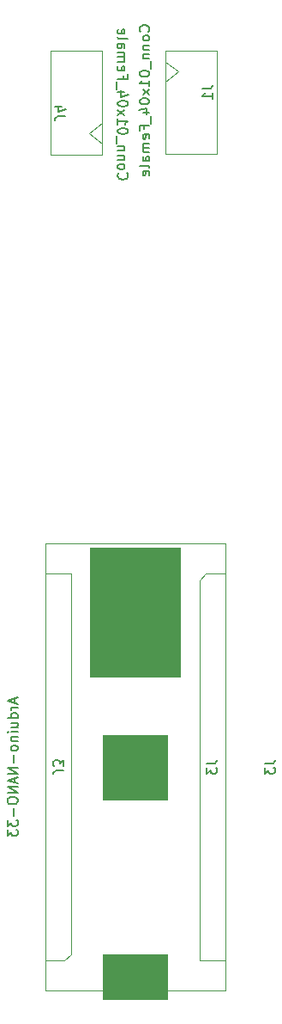
<source format=gbr>
G04 #@! TF.GenerationSoftware,KiCad,Pcbnew,(5.1.0-0)*
G04 #@! TF.CreationDate,2020-01-22T16:50:41+01:00*
G04 #@! TF.ProjectId,pino_brd_v01,70696e6f-5f62-4726-945f-7630312e6b69,rev?*
G04 #@! TF.SameCoordinates,Original*
G04 #@! TF.FileFunction,Other,Fab,Bot*
%FSLAX46Y46*%
G04 Gerber Fmt 4.6, Leading zero omitted, Abs format (unit mm)*
G04 Created by KiCad (PCBNEW (5.1.0-0)) date 2020-01-22 16:50:41*
%MOMM*%
%LPD*%
G04 APERTURE LIST*
%ADD10C,0.100000*%
%ADD11C,0.120000*%
%ADD12C,0.150000*%
G04 APERTURE END LIST*
D10*
X22200000Y82370000D02*
X22200000Y92570000D01*
X17100000Y82370000D02*
X22200000Y82370000D01*
X17100000Y92570000D02*
X17100000Y82370000D01*
X22200000Y92570000D02*
X17100000Y92570000D01*
X17100000Y91470000D02*
X18400000Y90470000D01*
X18400000Y90470000D02*
X17100000Y89470000D01*
G36*
X9697720Y30901640D02*
G01*
X9697720Y43601640D01*
X18587720Y43601640D01*
X18587720Y30901640D01*
X9697720Y30901640D01*
G37*
X9697720Y30901640D02*
X9697720Y43601640D01*
X18587720Y43601640D01*
X18587720Y30901640D01*
X9697720Y30901640D01*
G36*
X10967720Y18836640D02*
G01*
X10967720Y25186640D01*
X17317720Y25186640D01*
X17317720Y18836640D01*
X10967720Y18836640D01*
G37*
X10967720Y18836640D02*
X10967720Y25186640D01*
X17317720Y25186640D01*
X17317720Y18836640D01*
X10967720Y18836640D01*
G36*
X10967720Y-848360D02*
G01*
X10967720Y3596640D01*
X17317720Y3596640D01*
X17317720Y-848360D01*
X10967720Y-848360D01*
G37*
X10967720Y-848360D02*
X10967720Y3596640D01*
X17317720Y3596640D01*
X17317720Y-848360D01*
X10967720Y-848360D01*
D11*
X23032720Y11640D02*
X23032720Y44011640D01*
X5252720Y11640D02*
X23032720Y11640D01*
X5252720Y11640D02*
X5252720Y44011640D01*
X5252720Y44011640D02*
X23032720Y44011640D01*
D10*
X5252720Y41061640D02*
X5252720Y2961640D01*
X7792720Y41061640D02*
X5252720Y41061640D01*
X7792720Y3596640D02*
X7792720Y41061640D01*
X7157720Y2961640D02*
X7792720Y3596640D01*
X5252720Y2961640D02*
X7157720Y2961640D01*
X23032720Y41061640D02*
X21127720Y41061640D01*
X21127720Y41061640D02*
X20492720Y40426640D01*
X20492720Y40426640D02*
X20492720Y2961640D01*
X20492720Y2961640D02*
X23032720Y2961640D01*
X23032720Y2961640D02*
X23032720Y41061640D01*
X5790000Y92540000D02*
X5790000Y82340000D01*
X10890000Y92540000D02*
X5790000Y92540000D01*
X10890000Y82340000D02*
X10890000Y92540000D01*
X5790000Y82340000D02*
X10890000Y82340000D01*
X10890000Y83440000D02*
X9590000Y84440000D01*
X9590000Y84440000D02*
X10890000Y85440000D01*
D12*
X15467142Y94425714D02*
X15514761Y94473333D01*
X15562380Y94616190D01*
X15562380Y94711428D01*
X15514761Y94854285D01*
X15419523Y94949523D01*
X15324285Y94997142D01*
X15133809Y95044761D01*
X14990952Y95044761D01*
X14800476Y94997142D01*
X14705238Y94949523D01*
X14610000Y94854285D01*
X14562380Y94711428D01*
X14562380Y94616190D01*
X14610000Y94473333D01*
X14657619Y94425714D01*
X15562380Y93854285D02*
X15514761Y93949523D01*
X15467142Y93997142D01*
X15371904Y94044761D01*
X15086190Y94044761D01*
X14990952Y93997142D01*
X14943333Y93949523D01*
X14895714Y93854285D01*
X14895714Y93711428D01*
X14943333Y93616190D01*
X14990952Y93568571D01*
X15086190Y93520952D01*
X15371904Y93520952D01*
X15467142Y93568571D01*
X15514761Y93616190D01*
X15562380Y93711428D01*
X15562380Y93854285D01*
X14895714Y93092380D02*
X15562380Y93092380D01*
X14990952Y93092380D02*
X14943333Y93044761D01*
X14895714Y92949523D01*
X14895714Y92806666D01*
X14943333Y92711428D01*
X15038571Y92663809D01*
X15562380Y92663809D01*
X14895714Y92187619D02*
X15562380Y92187619D01*
X14990952Y92187619D02*
X14943333Y92140000D01*
X14895714Y92044761D01*
X14895714Y91901904D01*
X14943333Y91806666D01*
X15038571Y91759047D01*
X15562380Y91759047D01*
X15657619Y91520952D02*
X15657619Y90759047D01*
X14562380Y90330476D02*
X14562380Y90235238D01*
X14610000Y90140000D01*
X14657619Y90092380D01*
X14752857Y90044761D01*
X14943333Y89997142D01*
X15181428Y89997142D01*
X15371904Y90044761D01*
X15467142Y90092380D01*
X15514761Y90140000D01*
X15562380Y90235238D01*
X15562380Y90330476D01*
X15514761Y90425714D01*
X15467142Y90473333D01*
X15371904Y90520952D01*
X15181428Y90568571D01*
X14943333Y90568571D01*
X14752857Y90520952D01*
X14657619Y90473333D01*
X14610000Y90425714D01*
X14562380Y90330476D01*
X15562380Y89044761D02*
X15562380Y89616190D01*
X15562380Y89330476D02*
X14562380Y89330476D01*
X14705238Y89425714D01*
X14800476Y89520952D01*
X14848095Y89616190D01*
X15562380Y88711428D02*
X14895714Y88187619D01*
X14895714Y88711428D02*
X15562380Y88187619D01*
X14562380Y87616190D02*
X14562380Y87520952D01*
X14610000Y87425714D01*
X14657619Y87378095D01*
X14752857Y87330476D01*
X14943333Y87282857D01*
X15181428Y87282857D01*
X15371904Y87330476D01*
X15467142Y87378095D01*
X15514761Y87425714D01*
X15562380Y87520952D01*
X15562380Y87616190D01*
X15514761Y87711428D01*
X15467142Y87759047D01*
X15371904Y87806666D01*
X15181428Y87854285D01*
X14943333Y87854285D01*
X14752857Y87806666D01*
X14657619Y87759047D01*
X14610000Y87711428D01*
X14562380Y87616190D01*
X14895714Y86425714D02*
X15562380Y86425714D01*
X14514761Y86663809D02*
X15229047Y86901904D01*
X15229047Y86282857D01*
X15657619Y86140000D02*
X15657619Y85378095D01*
X15038571Y84806666D02*
X15038571Y85140000D01*
X15562380Y85140000D02*
X14562380Y85140000D01*
X14562380Y84663809D01*
X15514761Y83901904D02*
X15562380Y83997142D01*
X15562380Y84187619D01*
X15514761Y84282857D01*
X15419523Y84330476D01*
X15038571Y84330476D01*
X14943333Y84282857D01*
X14895714Y84187619D01*
X14895714Y83997142D01*
X14943333Y83901904D01*
X15038571Y83854285D01*
X15133809Y83854285D01*
X15229047Y84330476D01*
X15562380Y83425714D02*
X14895714Y83425714D01*
X14990952Y83425714D02*
X14943333Y83378095D01*
X14895714Y83282857D01*
X14895714Y83140000D01*
X14943333Y83044761D01*
X15038571Y82997142D01*
X15562380Y82997142D01*
X15038571Y82997142D02*
X14943333Y82949523D01*
X14895714Y82854285D01*
X14895714Y82711428D01*
X14943333Y82616190D01*
X15038571Y82568571D01*
X15562380Y82568571D01*
X15562380Y81663809D02*
X15038571Y81663809D01*
X14943333Y81711428D01*
X14895714Y81806666D01*
X14895714Y81997142D01*
X14943333Y82092380D01*
X15514761Y81663809D02*
X15562380Y81759047D01*
X15562380Y81997142D01*
X15514761Y82092380D01*
X15419523Y82140000D01*
X15324285Y82140000D01*
X15229047Y82092380D01*
X15181428Y81997142D01*
X15181428Y81759047D01*
X15133809Y81663809D01*
X15562380Y81044761D02*
X15514761Y81140000D01*
X15419523Y81187619D01*
X14562380Y81187619D01*
X15514761Y80282857D02*
X15562380Y80378095D01*
X15562380Y80568571D01*
X15514761Y80663809D01*
X15419523Y80711428D01*
X15038571Y80711428D01*
X14943333Y80663809D01*
X14895714Y80568571D01*
X14895714Y80378095D01*
X14943333Y80282857D01*
X15038571Y80235238D01*
X15133809Y80235238D01*
X15229047Y80711428D01*
X20752380Y88803333D02*
X21466666Y88803333D01*
X21609523Y88850952D01*
X21704761Y88946190D01*
X21752380Y89089047D01*
X21752380Y89184285D01*
X21752380Y87803333D02*
X21752380Y88374761D01*
X21752380Y88089047D02*
X20752380Y88089047D01*
X20895238Y88184285D01*
X20990476Y88279523D01*
X21038095Y88374761D01*
X26930100Y22344973D02*
X27644386Y22344973D01*
X27787243Y22392592D01*
X27882481Y22487830D01*
X27930100Y22630687D01*
X27930100Y22725925D01*
X26930100Y21964020D02*
X26930100Y21344973D01*
X27311053Y21678306D01*
X27311053Y21535449D01*
X27358672Y21440211D01*
X27406291Y21392592D01*
X27501529Y21344973D01*
X27739624Y21344973D01*
X27834862Y21392592D01*
X27882481Y21440211D01*
X27930100Y21535449D01*
X27930100Y21821163D01*
X27882481Y21916401D01*
X27834862Y21964020D01*
X2244386Y28797354D02*
X2244386Y28321163D01*
X2530100Y28892592D02*
X1530100Y28559259D01*
X2530100Y28225925D01*
X2530100Y27892592D02*
X1863434Y27892592D01*
X2053910Y27892592D02*
X1958672Y27844973D01*
X1911053Y27797354D01*
X1863434Y27702116D01*
X1863434Y27606878D01*
X2530100Y26844973D02*
X1530100Y26844973D01*
X2482481Y26844973D02*
X2530100Y26940211D01*
X2530100Y27130687D01*
X2482481Y27225925D01*
X2434862Y27273544D01*
X2339624Y27321163D01*
X2053910Y27321163D01*
X1958672Y27273544D01*
X1911053Y27225925D01*
X1863434Y27130687D01*
X1863434Y26940211D01*
X1911053Y26844973D01*
X1863434Y25940211D02*
X2530100Y25940211D01*
X1863434Y26368782D02*
X2387243Y26368782D01*
X2482481Y26321163D01*
X2530100Y26225925D01*
X2530100Y26083068D01*
X2482481Y25987830D01*
X2434862Y25940211D01*
X2530100Y25464020D02*
X1863434Y25464020D01*
X1530100Y25464020D02*
X1577720Y25511640D01*
X1625339Y25464020D01*
X1577720Y25416401D01*
X1530100Y25464020D01*
X1625339Y25464020D01*
X1863434Y24987830D02*
X2530100Y24987830D01*
X1958672Y24987830D02*
X1911053Y24940211D01*
X1863434Y24844973D01*
X1863434Y24702116D01*
X1911053Y24606878D01*
X2006291Y24559259D01*
X2530100Y24559259D01*
X2530100Y23940211D02*
X2482481Y24035449D01*
X2434862Y24083068D01*
X2339624Y24130687D01*
X2053910Y24130687D01*
X1958672Y24083068D01*
X1911053Y24035449D01*
X1863434Y23940211D01*
X1863434Y23797354D01*
X1911053Y23702116D01*
X1958672Y23654497D01*
X2053910Y23606878D01*
X2339624Y23606878D01*
X2434862Y23654497D01*
X2482481Y23702116D01*
X2530100Y23797354D01*
X2530100Y23940211D01*
X2149148Y23178306D02*
X2149148Y22416401D01*
X2530100Y21940211D02*
X1530100Y21940211D01*
X2530100Y21368782D01*
X1530100Y21368782D01*
X2244386Y20940211D02*
X2244386Y20464020D01*
X2530100Y21035449D02*
X1530100Y20702116D01*
X2530100Y20368782D01*
X2530100Y20035449D02*
X1530100Y20035449D01*
X2530100Y19464020D01*
X1530100Y19464020D01*
X1530100Y18797354D02*
X1530100Y18606878D01*
X1577719Y18511640D01*
X1672958Y18416401D01*
X1863434Y18368782D01*
X2196767Y18368782D01*
X2387243Y18416401D01*
X2482481Y18511640D01*
X2530100Y18606878D01*
X2530100Y18797354D01*
X2482481Y18892592D01*
X2387243Y18987830D01*
X2196767Y19035449D01*
X1863434Y19035449D01*
X1672958Y18987830D01*
X1577719Y18892592D01*
X1530100Y18797354D01*
X2149148Y17940211D02*
X2149148Y17178306D01*
X1530100Y16797354D02*
X1530100Y16178306D01*
X1911053Y16511640D01*
X1911053Y16368782D01*
X1958672Y16273544D01*
X2006291Y16225925D01*
X2101529Y16178306D01*
X2339624Y16178306D01*
X2434862Y16225925D01*
X2482481Y16273544D01*
X2530100Y16368782D01*
X2530100Y16654497D01*
X2482481Y16749735D01*
X2434862Y16797354D01*
X1530100Y15844973D02*
X1530100Y15225925D01*
X1911053Y15559259D01*
X1911053Y15416401D01*
X1958672Y15321163D01*
X2006291Y15273544D01*
X2101529Y15225925D01*
X2339624Y15225925D01*
X2434862Y15273544D01*
X2482481Y15321163D01*
X2530100Y15416401D01*
X2530100Y15702116D01*
X2482481Y15797354D01*
X2434862Y15844973D01*
X7070339Y21678306D02*
X6356053Y21678306D01*
X6213196Y21630687D01*
X6117958Y21535449D01*
X6070339Y21392592D01*
X6070339Y21297354D01*
X7070339Y22059259D02*
X7070339Y22678306D01*
X6689386Y22344973D01*
X6689386Y22487830D01*
X6641767Y22583068D01*
X6594148Y22630687D01*
X6498910Y22678306D01*
X6260815Y22678306D01*
X6165577Y22630687D01*
X6117958Y22583068D01*
X6070339Y22487830D01*
X6070339Y22202116D01*
X6117958Y22106878D01*
X6165577Y22059259D01*
X21215100Y22344973D02*
X21929386Y22344973D01*
X22072243Y22392592D01*
X22167481Y22487830D01*
X22215100Y22630687D01*
X22215100Y22725925D01*
X21215100Y21964020D02*
X21215100Y21344973D01*
X21596053Y21678306D01*
X21596053Y21535449D01*
X21643672Y21440211D01*
X21691291Y21392592D01*
X21786529Y21344973D01*
X22024624Y21344973D01*
X22119862Y21392592D01*
X22167481Y21440211D01*
X22215100Y21535449D01*
X22215100Y21821163D01*
X22167481Y21916401D01*
X22119862Y21964020D01*
X12522857Y80484285D02*
X12475238Y80436666D01*
X12427619Y80293809D01*
X12427619Y80198571D01*
X12475238Y80055714D01*
X12570476Y79960476D01*
X12665714Y79912857D01*
X12856190Y79865238D01*
X12999047Y79865238D01*
X13189523Y79912857D01*
X13284761Y79960476D01*
X13380000Y80055714D01*
X13427619Y80198571D01*
X13427619Y80293809D01*
X13380000Y80436666D01*
X13332380Y80484285D01*
X12427619Y81055714D02*
X12475238Y80960476D01*
X12522857Y80912857D01*
X12618095Y80865238D01*
X12903809Y80865238D01*
X12999047Y80912857D01*
X13046666Y80960476D01*
X13094285Y81055714D01*
X13094285Y81198571D01*
X13046666Y81293809D01*
X12999047Y81341428D01*
X12903809Y81389047D01*
X12618095Y81389047D01*
X12522857Y81341428D01*
X12475238Y81293809D01*
X12427619Y81198571D01*
X12427619Y81055714D01*
X13094285Y81817619D02*
X12427619Y81817619D01*
X12999047Y81817619D02*
X13046666Y81865238D01*
X13094285Y81960476D01*
X13094285Y82103333D01*
X13046666Y82198571D01*
X12951428Y82246190D01*
X12427619Y82246190D01*
X13094285Y82722380D02*
X12427619Y82722380D01*
X12999047Y82722380D02*
X13046666Y82770000D01*
X13094285Y82865238D01*
X13094285Y83008095D01*
X13046666Y83103333D01*
X12951428Y83150952D01*
X12427619Y83150952D01*
X12332380Y83389047D02*
X12332380Y84150952D01*
X13427619Y84579523D02*
X13427619Y84674761D01*
X13380000Y84770000D01*
X13332380Y84817619D01*
X13237142Y84865238D01*
X13046666Y84912857D01*
X12808571Y84912857D01*
X12618095Y84865238D01*
X12522857Y84817619D01*
X12475238Y84770000D01*
X12427619Y84674761D01*
X12427619Y84579523D01*
X12475238Y84484285D01*
X12522857Y84436666D01*
X12618095Y84389047D01*
X12808571Y84341428D01*
X13046666Y84341428D01*
X13237142Y84389047D01*
X13332380Y84436666D01*
X13380000Y84484285D01*
X13427619Y84579523D01*
X12427619Y85865238D02*
X12427619Y85293809D01*
X12427619Y85579523D02*
X13427619Y85579523D01*
X13284761Y85484285D01*
X13189523Y85389047D01*
X13141904Y85293809D01*
X12427619Y86198571D02*
X13094285Y86722380D01*
X13094285Y86198571D02*
X12427619Y86722380D01*
X13427619Y87293809D02*
X13427619Y87389047D01*
X13380000Y87484285D01*
X13332380Y87531904D01*
X13237142Y87579523D01*
X13046666Y87627142D01*
X12808571Y87627142D01*
X12618095Y87579523D01*
X12522857Y87531904D01*
X12475238Y87484285D01*
X12427619Y87389047D01*
X12427619Y87293809D01*
X12475238Y87198571D01*
X12522857Y87150952D01*
X12618095Y87103333D01*
X12808571Y87055714D01*
X13046666Y87055714D01*
X13237142Y87103333D01*
X13332380Y87150952D01*
X13380000Y87198571D01*
X13427619Y87293809D01*
X13094285Y88484285D02*
X12427619Y88484285D01*
X13475238Y88246190D02*
X12760952Y88008095D01*
X12760952Y88627142D01*
X12332380Y88770000D02*
X12332380Y89531904D01*
X12951428Y90103333D02*
X12951428Y89770000D01*
X12427619Y89770000D02*
X13427619Y89770000D01*
X13427619Y90246190D01*
X12475238Y91008095D02*
X12427619Y90912857D01*
X12427619Y90722380D01*
X12475238Y90627142D01*
X12570476Y90579523D01*
X12951428Y90579523D01*
X13046666Y90627142D01*
X13094285Y90722380D01*
X13094285Y90912857D01*
X13046666Y91008095D01*
X12951428Y91055714D01*
X12856190Y91055714D01*
X12760952Y90579523D01*
X12427619Y91484285D02*
X13094285Y91484285D01*
X12999047Y91484285D02*
X13046666Y91531904D01*
X13094285Y91627142D01*
X13094285Y91770000D01*
X13046666Y91865238D01*
X12951428Y91912857D01*
X12427619Y91912857D01*
X12951428Y91912857D02*
X13046666Y91960476D01*
X13094285Y92055714D01*
X13094285Y92198571D01*
X13046666Y92293809D01*
X12951428Y92341428D01*
X12427619Y92341428D01*
X12427619Y93246190D02*
X12951428Y93246190D01*
X13046666Y93198571D01*
X13094285Y93103333D01*
X13094285Y92912857D01*
X13046666Y92817619D01*
X12475238Y93246190D02*
X12427619Y93150952D01*
X12427619Y92912857D01*
X12475238Y92817619D01*
X12570476Y92770000D01*
X12665714Y92770000D01*
X12760952Y92817619D01*
X12808571Y92912857D01*
X12808571Y93150952D01*
X12856190Y93246190D01*
X12427619Y93865238D02*
X12475238Y93770000D01*
X12570476Y93722380D01*
X13427619Y93722380D01*
X12475238Y94627142D02*
X12427619Y94531904D01*
X12427619Y94341428D01*
X12475238Y94246190D01*
X12570476Y94198571D01*
X12951428Y94198571D01*
X13046666Y94246190D01*
X13094285Y94341428D01*
X13094285Y94531904D01*
X13046666Y94627142D01*
X12951428Y94674761D01*
X12856190Y94674761D01*
X12760952Y94198571D01*
X7237619Y86106666D02*
X6523333Y86106666D01*
X6380476Y86059047D01*
X6285238Y85963809D01*
X6237619Y85820952D01*
X6237619Y85725714D01*
X6904285Y87011428D02*
X6237619Y87011428D01*
X7285238Y86773333D02*
X6570952Y86535238D01*
X6570952Y87154285D01*
M02*

</source>
